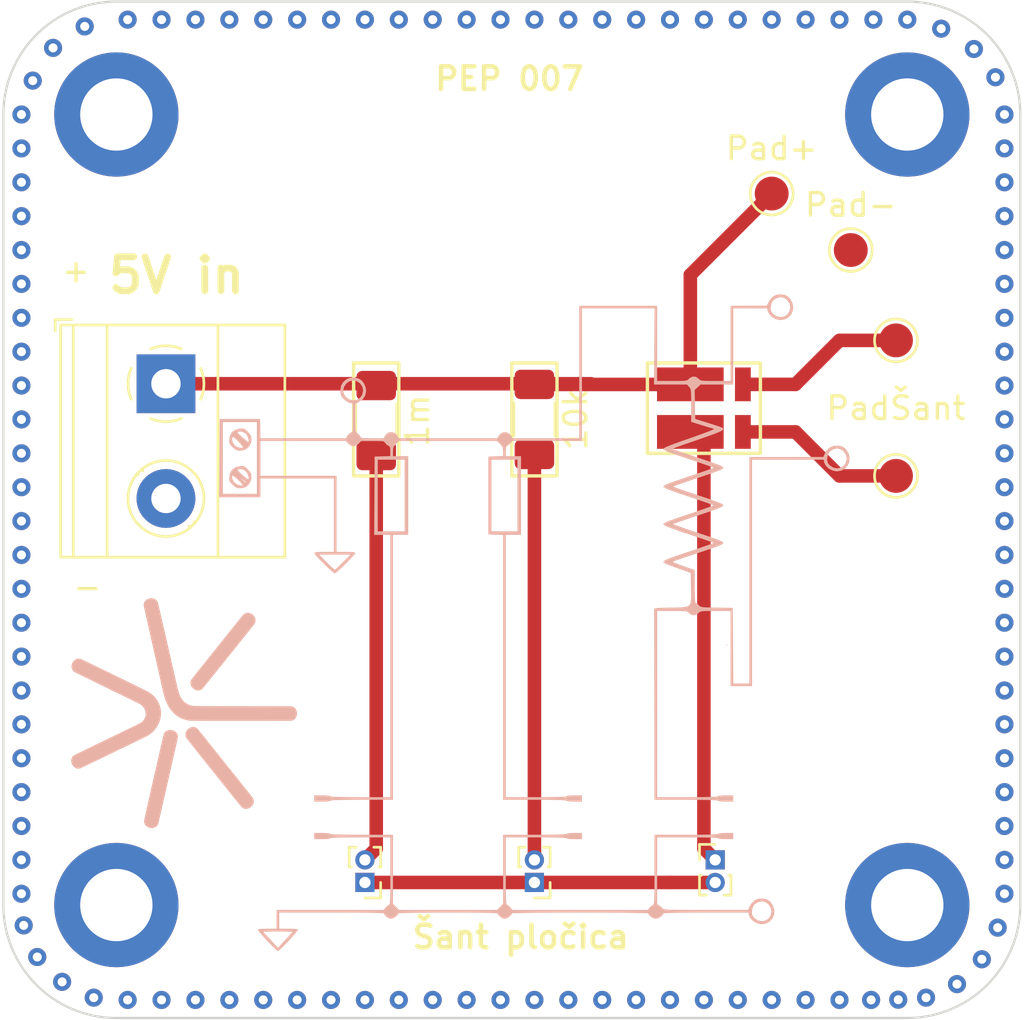
<source format=kicad_pcb>
(kicad_pcb (version 20240108) (generator "pcbnew") (generator_version "8.0")
  (layers (0 "F.Cu" signal) (31 "B.Cu" signal) (34 "B.Paste" user) (35 "F.Paste" user) (36 "B.SilkS" user "B.Silkscreen") (37 "F.SilkS" user "F.Silkscreen") (38 "B.Mask" user) (39 "F.Mask" user) (44 "Edge.Cuts" user))
  (net 0 "")
  (net 1 "Net-(J1-Pin_1)")
  (net 2 "0")
  (net 3 "Net-(R7-Pad1)")
  (net 4 "Net-(R7-Pad4)")
  (net 5 "Net-(J2-Pin_2)")
  (net 6 "Net-(J3-Pin_2)")
  (net 7 "Net-(J4-Pin_1)")
  (footprint "Connector_PinHeader_1.00mm:PinHeader_1x02_P1.00mm_Vertical" (layer "F.Cu") (at 127.5 100 180)
    (property "Reference" "J3" (hide yes))
    (property "Value" "Conn_01x02_Pin")
    (pad "1" thru_hole rect (at 0 0 180) (size 0.85 0.85) (drill 0.5) (layers "*.Cu" "*.Mask") (net 2 "0"))
    (pad "2" thru_hole oval (at 0 1 180) (size 0.85 0.85) (drill 0.5) (layers "*.Cu" "*.Mask") (net 6 "Net-(J3-Pin_2)"))
  )
  (footprint "TestPoint:TestPoint_Pad_D1.5mm" (layer "F.Cu") (at 143.5 82)
    (property "Reference" "PadŠant" (at 0 -3 0) (layer "F.SilkS"))
    (property "Value" "TestPointShunt")
    (pad "1" smd circle (at 0 0) (size 1.5 1.5) (layers "F.Cu" "F.Mask") (net 4 "Net-(R7-Pad4)"))
  )
  (footprint "MountingHole:MountingHole_3.2mm_M3_ISO14580_Pad_TopBottom" (layer "F.Cu") (at 144 66)
    (property "Reference" "H3" (hide yes))
    (property "Value" "MountingHole")
    (pad "1" thru_hole circle (at 0 0) (size 3.6 3.6) (drill 3.2) (layers "*.Cu" "*.Mask"))
    (pad "1" connect circle (at 0 0) (size 5.5 5.5) (layers "F.Cu" "F.Mask"))
    (pad "1" connect circle (at 0 0) (size 5.5 5.5) (layers "B.Cu" "B.Mask"))
  )
  (footprint "Connector_PinHeader_1.00mm:PinHeader_1x02_P1.00mm_Vertical" (layer "F.Cu") (at 135.5 99)
    (property "Reference" "J4" (hide yes))
    (property "Value" "Conn_01x02_Pin")
    (pad "1" thru_hole rect (at 0 0) (size 0.85 0.85) (drill 0.5) (layers "*.Cu" "*.Mask") (net 7 "Net-(J4-Pin_1)"))
    (pad "2" thru_hole oval (at 0 1) (size 0.85 0.85) (drill 0.5) (layers "*.Cu" "*.Mask") (net 2 "0"))
  )
  (footprint "MountingHole:MountingHole_3.2mm_M3_ISO14580_Pad_TopBottom" (layer "F.Cu") (at 144 101)
    (property "Reference" "H4" (hide yes))
    (property "Value" "MountingHole")
    (pad "1" thru_hole circle (at 0 0) (size 3.6 3.6) (drill 3.2) (layers "*.Cu" "*.Mask"))
    (pad "1" connect circle (at 0 0) (size 5.5 5.5) (layers "F.Cu" "F.Mask"))
    (pad "1" connect circle (at 0 0) (size 5.5 5.5) (layers "B.Cu" "B.Mask"))
  )
  (footprint "Resistor_SMD:R_1206_3216Metric_Pad1.30x1.75mm_HandSolder" (layer "F.Cu") (at 120.5 79.55 -90)
    (property "Reference" "1m" (at 0 -1.82 90) (layer "F.SilkS"))
    (property "Value" "1m")
    (pad "1" smd roundrect (at -1.55 0 270) (size 1.3 1.75) (layers "F.Cu" "F.Paste" "F.Mask") (roundrect_rratio 0.192308) (net 1 "Net-(J1-Pin_1)"))
    (pad "2" smd roundrect (at 1.55 0 270) (size 1.3 1.75) (layers "F.Cu" "F.Paste" "F.Mask") (roundrect_rratio 0.192308) (net 5 "Net-(J2-Pin_2)"))
  )
  (footprint "45x45_template-master:RES_WSK12161L000FEA" (layer "F.Cu") (at 135 79 -90)
    (property "Reference" "R7" (hide yes))
    (property "Value" "WSK12161")
    (pad "1" smd rect (at -1.0525 -1.725 270) (size 1.495 0.7) (layers "F.Cu" "F.Paste" "F.Mask") (net 3 "Net-(R7-Pad1)"))
    (pad "2" smd rect (at -1.0525 0.6 270) (size 1.495 2.95) (layers "F.Cu" "F.Paste" "F.Mask") (net 1 "Net-(J1-Pin_1)"))
    (pad "3" smd rect (at 1.0525 0.6 270) (size 1.495 2.95) (layers "F.Cu" "F.Paste" "F.Mask") (net 7 "Net-(J4-Pin_1)"))
    (pad "4" smd rect (at 1.0525 -1.725 270) (size 1.495 0.7) (layers "F.Cu" "F.Paste" "F.Mask") (net 4 "Net-(R7-Pad4)"))
  )
  (footprint "MountingHole:MountingHole_3.2mm_M3_ISO14580_Pad_TopBottom" (layer "F.Cu") (at 109 66)
    (property "Reference" "H2" (hide yes))
    (property "Value" "MountingHole")
    (pad "1" thru_hole circle (at 0 0) (size 3.6 3.6) (drill 3.2) (layers "*.Cu" "*.Mask"))
    (pad "1" connect circle (at 0 0) (size 5.5 5.5) (layers "F.Cu" "F.Mask"))
    (pad "1" connect circle (at 0 0) (size 5.5 5.5) (layers "B.Cu" "B.Mask"))
  )
  (footprint "Resistor_SMD:R_1206_3216Metric_Pad1.30x1.75mm_HandSolder" (layer "F.Cu") (at 127.5 79.5 -90)
    (property "Reference" "10k" (at 0 -1.82 90) (layer "F.SilkS"))
    (property "Value" "10k")
    (pad "1" smd roundrect (at -1.55 0 270) (size 1.3 1.75) (layers "F.Cu" "F.Paste" "F.Mask") (roundrect_rratio 0.192308) (net 1 "Net-(J1-Pin_1)"))
    (pad "2" smd roundrect (at 1.55 0 270) (size 1.3 1.75) (layers "F.Cu" "F.Paste" "F.Mask") (roundrect_rratio 0.192308) (net 6 "Net-(J3-Pin_2)"))
  )
  (footprint "Connector_PinHeader_1.00mm:PinHeader_1x02_P1.00mm_Vertical" (layer "F.Cu") (at 120 100 180)
    (property "Reference" "J2" (hide yes))
    (property "Value" "Conn_01x02_Pin")
    (pad "1" thru_hole rect (at 0 0 180) (size 0.85 0.85) (drill 0.5) (layers "*.Cu" "*.Mask") (net 2 "0"))
    (pad "2" thru_hole oval (at 0 1 180) (size 0.85 0.85) (drill 0.5) (layers "*.Cu" "*.Mask") (net 5 "Net-(J2-Pin_2)"))
  )
  (footprint "TestPoint:TestPoint_Pad_D1.5mm" (layer "F.Cu") (at 141.5 72)
    (property "Reference" "Pad-" (at 0 -2 0) (layer "F.SilkS"))
    (property "Value" "TestPoint-")
    (pad "1" smd circle (at 0 0) (size 1.5 1.5) (layers "F.Cu" "F.Mask") (net 2 "0"))
  )
  (footprint "TestPoint:TestPoint_Pad_D1.5mm" (layer "F.Cu") (at 138 69.5)
    (property "Reference" "Pad+" (at 0 -2 0) (layer "F.SilkS"))
    (property "Value" "TestPoint+")
    (pad "1" smd circle (at 0 0) (size 1.5 1.5) (layers "F.Cu" "F.Mask") (net 1 "Net-(J1-Pin_1)"))
  )
  (footprint "TerminalBlock_Phoenix:TerminalBlock_Phoenix_MKDS-1,5-2-5.08_1x02_P5.08mm_Horizontal" (layer "F.Cu") (at 111.195 77.92 -90)
    (property "Reference" "J1" (hide yes))
    (property "Value" "Screw_Terminal_01x02" (hide yes))
    (pad "1" thru_hole rect (at 0 0 270) (size 2.6 2.6) (drill 1.3) (layers "*.Cu" "*.Mask") (net 1 "Net-(J1-Pin_1)"))
    (pad "2" thru_hole circle (at 5.08 0 270) (size 2.6 2.6) (drill 1.3) (layers "*.Cu" "*.Mask") (net 2 "0"))
  )
  (footprint "MountingHole:MountingHole_3.2mm_M3_ISO14580_Pad_TopBottom" (layer "F.Cu") (at 109 101 -90)
    (property "Reference" "H1" (hide yes))
    (property "Value" "MountingHole")
    (pad "1" thru_hole circle (at 0 0 270) (size 3.6 3.6) (drill 3.2) (layers "*.Cu" "*.Mask"))
    (pad "1" connect circle (at 0 0 270) (size 5.5 5.5) (layers "F.Cu" "F.Mask"))
    (pad "1" connect circle (at 0 0 270) (size 5.5 5.5) (layers "B.Cu" "B.Mask"))
  )
  (footprint "TestPoint:TestPoint_Pad_D1.5mm" (layer "F.Cu") (at 143.5 76)
    (property "Reference" "TP5" (hide yes))
    (property "Value" "TestPointShunt")
    (pad "1" smd circle (at 0 0) (size 1.5 1.5) (layers "F.Cu" "F.Mask") (net 3 "Net-(R7-Pad1)"))
  )
  (footprint "isp:logo2" (layer "B.Cu") (at 112 92.5 180)
    (property "Reference" "G***" (hide yes))
    (property "Value" "LOGO" (hide yes))
  )
  (footprint "isp:SEMA3" (layer "B.Cu") (at 128.25512 88.614046 180)
    (property "Reference" "G***" (hide yes))
    (property "Value" "LOGO" (hide yes))
  )
  (gr_rect (start 119.5 77) (end 121.5 82) (stroke (width 0.15)) (fill none) (layer "F.SilkS"))
  (gr_rect (start 132.5 77) (end 137.5 81) (stroke (width 0.15)) (fill none) (layer "F.SilkS"))
  (gr_rect (start 126.5 77) (end 128.5 82) (stroke (width 0.15)) (fill none) (layer "F.SilkS"))
  (gr_line (start 149 101) (end 149 66) (stroke (width 0.1)) (layer "Edge.Cuts"))
  (gr_arc (start 104 66) (mid 105.464467 62.464467) (end 109 61) (stroke (width 0.1)) (layer "Edge.Cuts"))
  (gr_arc (start 144 61) (mid 147.535533 62.464466) (end 148.999998 66) (stroke (width 0.1)) (layer "Edge.Cuts"))
  (gr_line (start 104 66) (end 104 101) (stroke (width 0.1)) (layer "Edge.Cuts"))
  (gr_arc (start 149 101) (mid 147.535533 104.535533) (end 144 106) (stroke (width 0.1)) (layer "Edge.Cuts"))
  (gr_line (start 109 106) (end 144 106) (stroke (width 0.1)) (layer "Edge.Cuts"))
  (gr_arc (start 109 106) (mid 105.464467 104.535533) (end 104 101) (stroke (width 0.1)) (layer "Edge.Cuts"))
  (gr_line (start 144.000002 61) (end 109 61) (stroke (width 0.1)) (layer "Edge.Cuts"))
  (gr_text "Šant pločica" (at 122 103 0) (layer "F.SilkS") (effects (font (size 1 1) (thickness 0.2) (bold yes)) (justify left bottom)))
  (gr_text "-" (at 107 87.5 0) (layer "F.SilkS") (effects (font (size 1 1)) (justify left bottom)))
  (gr_text "+" (at 106.5 73.5 0) (layer "F.SilkS") (effects (font (size 1 1)) (justify left bottom)))
  (gr_text "5V in" (at 108.5 74 0) (layer "F.SilkS") (effects (font (size 1.5 1.5) (thickness 0.3) (bold yes)) (justify left bottom)))
  (gr_text "PEP 007" (at 123 65 0) (layer "F.SilkS") (effects (font (size 1 1) (thickness 0.2) (bold yes)) (justify left bottom)))
  (segment (start 127.97 77.92) (end 128 77.95) (width 0.25) (layer "F.Cu") (net 1))
  (segment (start 112 77.92) (end 130 77.92) (width 0.6) (layer "F.Cu") (net 1))
  (segment (start 134.4 73.1) (end 138 69.5) (width 0.6) (layer "F.Cu") (net 1))
  (segment (start 134.4 77.9475) (end 134.4 73.1) (width 0.6) (layer "F.Cu") (net 1))
  (segment (start 128 77.95) (end 132.9975 77.95) (width 0.6) (layer "F.Cu") (net 1))
  (segment (start 133.5 100) (end 120 100) (width 0.6) (layer "F.Cu") (net 2))
  (segment (start 133.5 100) (end 135.5 100) (width 0.6) (layer "F.Cu") (net 2))
  (via (at 148.3 97.5) (size 0.8) (drill 0.4) (layers "F.Cu" "B.Cu") (net 2))
  (via (at 126 105.2) (size 0.8) (drill 0.4) (layers "F.Cu" "B.Cu") (net 2))
  (via (at 148.3 99) (size 0.8) (drill 0.4) (layers "F.Cu" "B.Cu") (net 2))
  (via (at 148.3 67.5) (size 0.8) (drill 0.4) (layers "F.Cu" "B.Cu") (net 2))
  (via (at 104.8 72) (size 0.8) (drill 0.4) (layers "F.Cu" "B.Cu") (net 2))
  (via (at 104.8 76.5) (size 0.8) (drill 0.4) (layers "F.Cu" "B.Cu") (net 2))
  (via (at 104.8 96) (size 0.8) (drill 0.4) (layers "F.Cu" "B.Cu") (net 2))
  (via (at 120 61.8) (size 0.8) (drill 0.4) (layers "F.Cu" "B.Cu") (net 2))
  (via (at 127.5 61.8) (size 0.8) (drill 0.4) (layers "F.Cu" "B.Cu") (net 2))
  (via (at 104.8 84) (size 0.8) (drill 0.4) (layers "F.Cu" "B.Cu") (net 2))
  (via (at 109.5 105.2) (size 0.8) (drill 0.4) (layers "F.Cu" "B.Cu") (net 2))
  (via (at 107.6 62.1) (size 0.8) (drill 0.4) (layers "F.Cu" "B.Cu") (net 2))
  (via (at 120 105.2) (size 0.8) (drill 0.4) (layers "F.Cu" "B.Cu") (net 2))
  (via (at 104.8 97.5) (size 0.8) (drill 0.4) (layers "F.Cu" "B.Cu") (net 2))
  (via (at 144 61.8) (size 0.8) (drill 0.4) (layers "F.Cu" "B.Cu") (net 2))
  (via (at 105.5 103.3) (size 0.8) (drill 0.4) (layers "F.Cu" "B.Cu") (net 2))
  (via (at 148.3 91.5) (size 0.8) (drill 0.4) (layers "F.Cu" "B.Cu") (net 2))
  (via (at 111 61.8) (size 0.8) (drill 0.4) (layers "F.Cu" "B.Cu") (net 2))
  (via (at 124.5 61.8) (size 0.8) (drill 0.4) (layers "F.Cu" "B.Cu") (net 2))
  (via (at 115.5 61.8) (size 0.8) (drill 0.4) (layers "F.Cu" "B.Cu") (net 2))
  (via (at 109.5 61.8) (size 0.8) (drill 0.4) (layers "F.Cu" "B.Cu") (net 2))
  (via (at 146.2 104.5) (size 0.8) (drill 0.4) (layers "F.Cu" "B.Cu") (net 2))
  (via (at 129 61.8) (size 0.8) (drill 0.4) (layers "F.Cu" "B.Cu") (net 2))
  (via (at 114 105.2) (size 0.8) (drill 0.4) (layers "F.Cu" "B.Cu") (net 2))
  (via (at 147.9 64.35) (size 0.8) (drill 0.4) (layers "F.Cu" "B.Cu") (net 2))
  (via (at 112.5 61.8) (size 0.8) (drill 0.4) (layers "F.Cu" "B.Cu") (net 2))
  (via (at 129 105.2) (size 0.8) (drill 0.4) (layers "F.Cu" "B.Cu") (net 2))
  (via (at 148.3 82.5) (size 0.8) (drill 0.4) (layers "F.Cu" "B.Cu") (net 2))
  (via (at 148.3 73.5) (size 0.8) (drill 0.4) (layers "F.Cu" "B.Cu") (net 2))
  (via (at 104.8 90) (size 0.8) (drill 0.4) (layers "F.Cu" "B.Cu") (net 2))
  (via (at 141 61.8) (size 0.8) (drill 0.4) (layers "F.Cu" "B.Cu") (net 2))
  (via (at 132 61.8) (size 0.8) (drill 0.4) (layers "F.Cu" "B.Cu") (net 2))
  (via (at 106.6 104.4) (size 0.8) (drill 0.4) (layers "F.Cu" "B.Cu") (net 2))
  (via (at 104.8 82.5) (size 0.8) (drill 0.4) (layers "F.Cu" "B.Cu") (net 2))
  (via (at 104.8 66) (size 0.8) (drill 0.4) (layers "F.Cu" "B.Cu") (net 2))
  (via (at 118.5 105.2) (size 0.8) (drill 0.4) (layers "F.Cu" "B.Cu") (net 2))
  (via (at 104.8 75) (size 0.8) (drill 0.4) (layers "F.Cu" "B.Cu") (net 2))
  (via (at 104.8 99) (size 0.8) (drill 0.4) (layers "F.Cu" "B.Cu") (net 2))
  (via (at 143.6 105.19) (size 0.8) (drill 0.4) (layers "F.Cu" "B.Cu") (net 2))
  (via (at 104.8 79.5) (size 0.8) (drill 0.4) (layers "F.Cu" "B.Cu") (net 2))
  (via (at 130.5 61.8) (size 0.8) (drill 0.4) (layers "F.Cu" "B.Cu") (net 2))
  (via (at 141 105.2) (size 0.8) (drill 0.4) (layers "F.Cu" "B.Cu") (net 2))
  (via (at 142.5 61.8) (size 0.8) (drill 0.4) (layers "F.Cu" "B.Cu") (net 2))
  (via (at 145.5 62.2) (size 0.8) (drill 0.4) (layers "F.Cu" "B.Cu") (net 2))
  (via (at 104.8 67.5) (size 0.8) (drill 0.4) (layers "F.Cu" "B.Cu") (net 2))
  (via (at 148.3 66) (size 0.8) (drill 0.4) (layers "F.Cu" "B.Cu") (net 2))
  (via (at 104.8 70.5) (size 0.8) (drill 0.4) (layers "F.Cu" "B.Cu") (net 2))
  (via (at 118.5 61.8) (size 0.8) (drill 0.4) (layers "F.Cu" "B.Cu") (net 2))
  (via (at 104.8 69) (size 0.8) (drill 0.4) (layers "F.Cu" "B.Cu") (net 2))
  (via (at 148.3 100.5) (size 0.8) (drill 0.4) (layers "F.Cu" "B.Cu") (net 2))
  (via (at 106.2 63.05) (size 0.8) (drill 0.4) (layers "F.Cu" "B.Cu") (net 2))
  (via (at 148.3 79.5) (size 0.8) (drill 0.4) (layers "F.Cu" "B.Cu") (net 2))
  (via (at 121.5 105.2) (size 0.8) (drill 0.4) (layers "F.Cu" "B.Cu") (net 2))
  (via (at 121.5 61.8) (size 0.8) (drill 0.4) (layers "F.Cu" "B.Cu") (net 2))
  (via (at 144.83 105.1) (size 0.8) (drill 0.4) (layers "F.Cu" "B.Cu") (net 2))
  (via (at 104.8 81) (size 0.8) (drill 0.4) (layers "F.Cu" "B.Cu") (net 2))
  (via (at 139.5 61.8) (size 0.8) (drill 0.4) (layers "F.Cu" "B.Cu") (net 2))
  (via (at 148.3 88.5) (size 0.8) (drill 0.4) (layers "F.Cu" "B.Cu") (net 2))
  (via (at 148 102) (size 0.8) (drill 0.4) (layers "F.Cu" "B.Cu") (net 2))
  (via (at 127.5 105.2) (size 0.8) (drill 0.4) (layers "F.Cu" "B.Cu") (net 2))
  (via (at 148.3 81) (size 0.8) (drill 0.4) (layers "F.Cu" "B.Cu") (net 2))
  (via (at 133.5 105.2) (size 0.8) (drill 0.4) (layers "F.Cu" "B.Cu") (net 2))
  (via (at 124.5 105.2) (size 0.8) (drill 0.4) (layers "F.Cu" "B.Cu") (net 2))
  (via (at 148.3 70.5) (size 0.8) (drill 0.4) (layers "F.Cu" "B.Cu") (net 2))
  (via (at 133.5 61.8) (size 0.8) (drill 0.4) (layers "F.Cu" "B.Cu") (net 2))
  (via (at 148.3 84) (size 0.8) (drill 0.4) (layers "F.Cu" "B.Cu") (net 2))
  (via (at 148.3 85.5) (size 0.8) (drill 0.4) (layers "F.Cu" "B.Cu") (net 2))
  (via (at 148.3 93) (size 0.8) (drill 0.4) (layers "F.Cu" "B.Cu") (net 2))
  (via (at 148.3 75) (size 0.8) (drill 0.4) (layers "F.Cu" "B.Cu") (net 2))
  (via (at 147.3 103.4) (size 0.8) (drill 0.4) (layers "F.Cu" "B.Cu") (net 2))
  (via (at 104.8 85.5) (size 0.8) (drill 0.4) (layers "F.Cu" "B.Cu") (net 2))
  (via (at 148.3 72) (size 0.8) (drill 0.4) (layers "F.Cu" "B.Cu") (net 2))
  (via (at 123 61.8) (size 0.8) (drill 0.4) (layers "F.Cu" "B.Cu") (net 2))
  (via (at 139.5 105.2) (size 0.8) (drill 0.4) (layers "F.Cu" "B.Cu") (net 2))
  (via (at 114 61.8) (size 0.8) (drill 0.4) (layers "F.Cu" "B.Cu") (net 2))
  (via (at 115.5 105.2) (size 0.8) (drill 0.4) (layers "F.Cu" "B.Cu") (net 2))
  (via (at 138 61.8) (size 0.8) (drill 0.4) (layers "F.Cu" "B.Cu") (net 2))
  (via (at 117 61.8) (size 0.8) (drill 0.4) (layers "F.Cu" "B.Cu") (net 2))
  (via (at 126 61.8) (size 0.8) (drill 0.4) (layers "F.Cu" "B.Cu") (net 2))
  (via (at 123 105.2) (size 0.8) (drill 0.4) (layers "F.Cu" "B.Cu") (net 2))
  (via (at 142.4 105.2) (size 0.8) (drill 0.4) (layers "F.Cu" "B.Cu") (net 2))
  (via (at 148.3 90) (size 0.8) (drill 0.4) (layers "F.Cu" "B.Cu") (net 2))
  (via (at 105.3 64.5) (size 0.8) (drill 0.4) (layers "F.Cu" "B.Cu") (net 2))
  (via (at 136.5 61.8) (size 0.8) (drill 0.4) (layers "F.Cu" "B.Cu") (net 2))
  (via (at 132 105.2) (size 0.8) (drill 0.4) (layers "F.Cu" "B.Cu") (net 2))
  (via (at 148.3 87) (size 0.8) (drill 0.4) (layers "F.Cu" "B.Cu") (net 2))
  (via (at 135 105.2) (size 0.8) (drill 0.4) (layers "F.Cu" "B.Cu") (net 2))
  (via (at 104.8 73.5) (size 0.8) (drill 0.4) (layers "F.Cu" "B.Cu") (net 2))
  (via (at 104.8 87) (size 0.8) (drill 0.4) (layers "F.Cu" "B.Cu") (net 2))
  (via (at 104.8 78) (size 0.8) (drill 0.4) (layers "F.Cu" "B.Cu") (net 2))
  (via (at 104.9 101.9) (size 0.8) (drill 0.4) (layers "F.Cu" "B.Cu") (net 2))
  (via (at 135 61.8) (size 0.8) (drill 0.4) (layers "F.Cu" "B.Cu") (net 2))
  (via (at 148.3 78) (size 0.8) (drill 0.4) (layers "F.Cu" "B.Cu") (net 2))
  (via (at 104.8 100.5) (size 0.8) (drill 0.4) (layers "F.Cu" "B.Cu") (net 2))
  (via (at 136.5 105.2) (size 0.8) (drill 0.4) (layers "F.Cu" "B.Cu") (net 2))
  (via (at 138 105.2) (size 0.8) (drill 0.4) (layers "F.Cu" "B.Cu") (net 2))
  (via (at 104.8 88.5) (size 0.8) (drill 0.4) (layers "F.Cu" "B.Cu") (net 2))
  (via (at 148.3 94.5) (size 0.8) (drill 0.4) (layers "F.Cu" "B.Cu") (net 2))
  (via (at 146.95 63.1) (size 0.8) (drill 0.4) (layers "F.Cu" "B.Cu") (net 2))
  (via (at 148.3 69) (size 0.8) (drill 0.4) (layers "F.Cu" "B.Cu") (net 2))
  (via (at 148.3 76.5) (size 0.8) (drill 0.4) (layers "F.Cu" "B.Cu") (net 2))
  (via (at 111 105.2) (size 0.8) (drill 0.4) (layers "F.Cu" "B.Cu") (net 2))
  (via (at 130.5 105.2) (size 0.8) (drill 0.4) (layers "F.Cu" "B.Cu") (net 2))
  (via (at 104.8 91.5) (size 0.8) (drill 0.4) (layers "F.Cu" "B.Cu") (net 2))
  (via (at 104.8 93) (size 0.8) (drill 0.4) (layers "F.Cu" "B.Cu") (net 2))
  (via (at 112.5 105.2) (size 0.8) (drill 0.4) (layers "F.Cu" "B.Cu") (net 2))
  (via (at 117 105.2) (size 0.8) (drill 0.4) (layers "F.Cu" "B.Cu") (net 2))
  (via (at 148.3 96) (size 0.8) (drill 0.4) (layers "F.Cu" "B.Cu") (net 2))
  (via (at 108 105.1) (size 0.8) (drill 0.4) (layers "F.Cu" "B.Cu") (net 2))
  (via (at 104.8 94.5) (size 0.8) (drill 0.4) (layers "F.Cu" "B.Cu") (net 2))
  (segment (start 136.725 77.9475) (end 139.0525 77.9475) (width 0.6) (layer "F.Cu") (net 3))
  (segment (start 141 76) (end 143.5 76) (width 0.6) (layer "F.Cu") (net 3))
  (segment (start 139.0525 77.9475) (end 141 76) (width 0.6) (layer "F.Cu") (net 3))
  (segment (start 141 82) (end 143.5 82) (width 0.6) (layer "F.Cu") (net 4))
  (segment (start 136.725 80.0525) (end 139.0525 80.0525) (width 0.6) (layer "F.Cu") (net 4))
  (segment (start 139.0525 80.0525) (end 141 82) (width 0.6) (layer "F.Cu") (net 4))
  (segment (start 120.5 98.5) (end 120 99) (width 0.6) (layer "F.Cu") (net 5))
  (segment (start 120.5 81.05) (end 120.5 98.5) (width 0.6) (layer "F.Cu") (net 5))
  (segment (start 127.5 81.05) (end 127.5 99) (width 0.6) (layer "F.Cu") (net 6))
  (segment (start 135 98.5) (end 135 80.6525) (width 0.6) (layer "F.Cu") (net 7))
  (segment (start 135 80.6525) (end 134.4 80.0525) (width 0.6) (layer "F.Cu") (net 7))
  (segment (start 135.5 99) (end 135 98.5) (width 0.6) (layer "F.Cu") (net 7))
)
</source>
